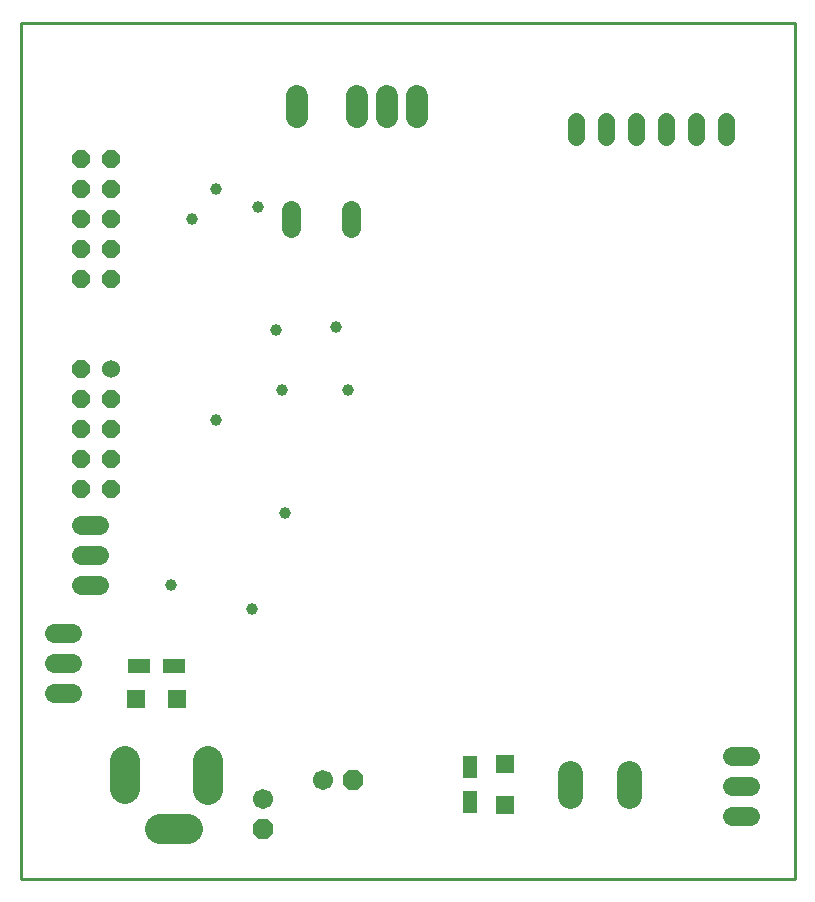
<source format=gts>
G75*
%MOIN*%
%OFA0B0*%
%FSLAX25Y25*%
%IPPOS*%
%LPD*%
%AMOC8*
5,1,8,0,0,1.08239X$1,22.5*
%
%ADD10C,0.00000*%
%ADD11C,0.01000*%
%ADD12C,0.06700*%
%ADD13OC8,0.06700*%
%ADD14C,0.06000*%
%ADD15OC8,0.06000*%
%ADD16C,0.05600*%
%ADD17C,0.06400*%
%ADD18C,0.09849*%
%ADD19C,0.07400*%
%ADD20R,0.07487X0.05124*%
%ADD21R,0.05124X0.07487*%
%ADD22R,0.06306X0.06306*%
%ADD23C,0.08200*%
%ADD24C,0.03962*%
D10*
X0246800Y0001800D02*
X0259674Y0001800D01*
D11*
X0001800Y0001800D02*
X0001800Y0287233D01*
X0259674Y0287233D01*
X0259674Y0001800D01*
X0001800Y0001800D01*
D12*
X0082619Y0028509D03*
X0102509Y0034666D03*
D13*
X0112509Y0034666D03*
X0082619Y0018509D03*
D14*
X0031800Y0171800D03*
D15*
X0031800Y0161800D03*
X0031800Y0151800D03*
X0031800Y0141800D03*
X0031800Y0131800D03*
X0021800Y0131800D03*
X0021800Y0141800D03*
X0021800Y0151800D03*
X0021800Y0161800D03*
X0021800Y0171800D03*
X0021800Y0201800D03*
X0021800Y0211800D03*
X0021800Y0221800D03*
X0021800Y0231800D03*
X0021800Y0241800D03*
X0031800Y0241800D03*
X0031800Y0231800D03*
X0031800Y0221800D03*
X0031800Y0211800D03*
X0031800Y0201800D03*
D16*
X0186800Y0249200D02*
X0186800Y0254400D01*
X0196800Y0254400D02*
X0196800Y0249200D01*
X0206800Y0249200D02*
X0206800Y0254400D01*
X0216800Y0254400D02*
X0216800Y0249200D01*
X0226800Y0249200D02*
X0226800Y0254400D01*
X0236800Y0254400D02*
X0236800Y0249200D01*
D17*
X0111800Y0224800D02*
X0111800Y0218800D01*
X0091800Y0218800D02*
X0091800Y0224800D01*
X0027800Y0119800D02*
X0021800Y0119800D01*
X0021800Y0109800D02*
X0027800Y0109800D01*
X0027800Y0099800D02*
X0021800Y0099800D01*
X0018800Y0083800D02*
X0012800Y0083800D01*
X0012800Y0073800D02*
X0018800Y0073800D01*
X0018800Y0063800D02*
X0012800Y0063800D01*
X0238800Y0042800D02*
X0244800Y0042800D01*
X0244800Y0032800D02*
X0238800Y0032800D01*
X0238800Y0022800D02*
X0244800Y0022800D01*
D18*
X0064200Y0031576D02*
X0064200Y0041024D01*
X0057487Y0018524D02*
X0048039Y0018524D01*
X0036621Y0031792D02*
X0036621Y0041241D01*
D19*
X0093769Y0255898D02*
X0093769Y0262898D01*
X0113769Y0262898D02*
X0113769Y0255898D01*
X0123769Y0255898D02*
X0123769Y0262898D01*
X0133769Y0262898D02*
X0133769Y0255898D01*
D20*
X0052977Y0072666D03*
X0041174Y0072666D03*
D21*
X0151406Y0039198D03*
X0151406Y0027394D03*
D22*
X0163154Y0026406D03*
X0163154Y0040186D03*
X0053965Y0061643D03*
X0040186Y0061643D03*
D23*
X0184813Y0037196D02*
X0184813Y0029396D01*
X0204613Y0029396D02*
X0204613Y0037196D01*
D24*
X0089800Y0123800D03*
X0078800Y0091800D03*
X0051800Y0099800D03*
X0066800Y0154800D03*
X0088800Y0164800D03*
X0086800Y0184800D03*
X0106800Y0185800D03*
X0110800Y0164800D03*
X0058800Y0221800D03*
X0066800Y0231800D03*
X0080800Y0225800D03*
M02*

</source>
